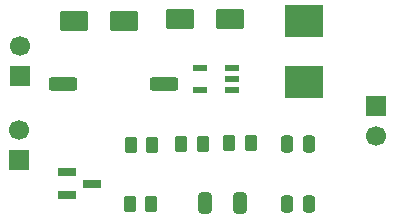
<source format=gts>
%TF.GenerationSoftware,KiCad,Pcbnew,9.0.6*%
%TF.CreationDate,2025-12-11T09:20:51-05:00*%
%TF.ProjectId,Mini_Solar_Supply,4d696e69-5f53-46f6-9c61-725f53757070,rev?*%
%TF.SameCoordinates,Original*%
%TF.FileFunction,Soldermask,Top*%
%TF.FilePolarity,Negative*%
%FSLAX46Y46*%
G04 Gerber Fmt 4.6, Leading zero omitted, Abs format (unit mm)*
G04 Created by KiCad (PCBNEW 9.0.6) date 2025-12-11 09:20:51*
%MOMM*%
%LPD*%
G01*
G04 APERTURE LIST*
G04 Aperture macros list*
%AMRoundRect*
0 Rectangle with rounded corners*
0 $1 Rounding radius*
0 $2 $3 $4 $5 $6 $7 $8 $9 X,Y pos of 4 corners*
0 Add a 4 corners polygon primitive as box body*
4,1,4,$2,$3,$4,$5,$6,$7,$8,$9,$2,$3,0*
0 Add four circle primitives for the rounded corners*
1,1,$1+$1,$2,$3*
1,1,$1+$1,$4,$5*
1,1,$1+$1,$6,$7*
1,1,$1+$1,$8,$9*
0 Add four rect primitives between the rounded corners*
20,1,$1+$1,$2,$3,$4,$5,0*
20,1,$1+$1,$4,$5,$6,$7,0*
20,1,$1+$1,$6,$7,$8,$9,0*
20,1,$1+$1,$8,$9,$2,$3,0*%
G04 Aperture macros list end*
%ADD10R,1.700000X1.700000*%
%ADD11C,1.700000*%
%ADD12RoundRect,0.102000X1.060000X0.750000X-1.060000X0.750000X-1.060000X-0.750000X1.060000X-0.750000X0*%
%ADD13RoundRect,0.250000X-0.250000X-0.475000X0.250000X-0.475000X0.250000X0.475000X-0.250000X0.475000X0*%
%ADD14RoundRect,0.070000X-0.650000X-0.300000X0.650000X-0.300000X0.650000X0.300000X-0.650000X0.300000X0*%
%ADD15RoundRect,0.250000X-0.262500X-0.450000X0.262500X-0.450000X0.262500X0.450000X-0.262500X0.450000X0*%
%ADD16RoundRect,0.250000X0.970000X0.310000X-0.970000X0.310000X-0.970000X-0.310000X0.970000X-0.310000X0*%
%ADD17R,3.302000X2.667000*%
%ADD18RoundRect,0.250000X0.262500X0.450000X-0.262500X0.450000X-0.262500X-0.450000X0.262500X-0.450000X0*%
%ADD19R,1.181100X0.558800*%
%ADD20RoundRect,0.250000X0.325000X0.650000X-0.325000X0.650000X-0.325000X-0.650000X0.325000X-0.650000X0*%
%ADD21RoundRect,0.250000X0.250000X0.475000X-0.250000X0.475000X-0.250000X-0.475000X0.250000X-0.475000X0*%
G04 APERTURE END LIST*
D10*
%TO.C,J2*%
X127337200Y-132745400D03*
D11*
X127337200Y-130205400D03*
%TD*%
D12*
%TO.C,D2*%
X131940200Y-121005600D03*
X136170200Y-121005600D03*
%TD*%
D13*
%TO.C,C3*%
X149976800Y-136525000D03*
X151876800Y-136525000D03*
%TD*%
D14*
%TO.C,Q1*%
X131360200Y-133822400D03*
X131360200Y-135722400D03*
X133460200Y-134772400D03*
%TD*%
D10*
%TO.C,J4*%
X127346400Y-125684200D03*
D11*
X127346400Y-123144200D03*
%TD*%
D10*
%TO.C,J1*%
X157540000Y-128214200D03*
D11*
X157540000Y-130754200D03*
%TD*%
D15*
%TO.C,R2*%
X141022700Y-131419600D03*
X142847700Y-131419600D03*
%TD*%
D16*
%TO.C,J3*%
X139610800Y-126314200D03*
X131000800Y-126314200D03*
%TD*%
D17*
%TO.C,L1*%
X151460200Y-121005600D03*
X151460200Y-126136400D03*
%TD*%
D15*
%TO.C,R4*%
X136679300Y-136474200D03*
X138504300Y-136474200D03*
%TD*%
D18*
%TO.C,R3*%
X138580500Y-131495800D03*
X136755500Y-131495800D03*
%TD*%
D15*
%TO.C,R1*%
X145112100Y-131368800D03*
X146937100Y-131368800D03*
%TD*%
D19*
%TO.C,U1*%
X145332450Y-126857801D03*
X145332450Y-125907800D03*
X145332450Y-124957799D03*
X142601950Y-124957799D03*
X142601950Y-126857801D03*
%TD*%
D12*
%TO.C,D1*%
X140937800Y-120802400D03*
X145167800Y-120802400D03*
%TD*%
D20*
%TO.C,C2*%
X145975600Y-136423400D03*
X143025600Y-136423400D03*
%TD*%
D21*
%TO.C,C1*%
X151851400Y-131394200D03*
X149951400Y-131394200D03*
%TD*%
M02*

</source>
